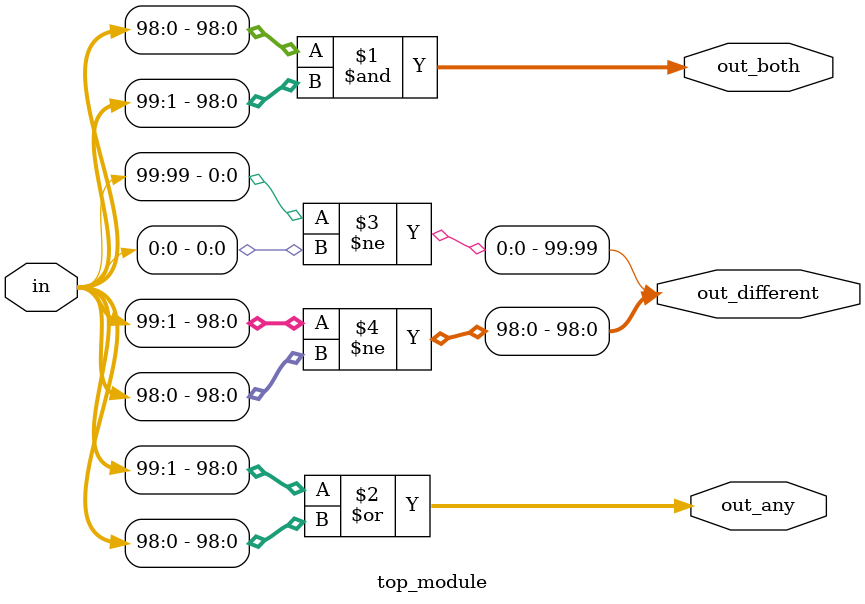
<source format=sv>
module top_module (
	input [99:0] in,
	output [98:0] out_both,
	output [99:1] out_any,
	output [99:0] out_different
);

	// Logic for out_both
	assign out_both[98:0] = in[98:0] & in[99:1];

	// Logic for out_any
	assign out_any[99:1] = in[99:1] | in[98:0];

	// Logic for out_different
	assign out_different[99] = (in[99] != in[0]);
	assign out_different[98:0] = (in[99:1] != in[98:0]);

endmodule

</source>
